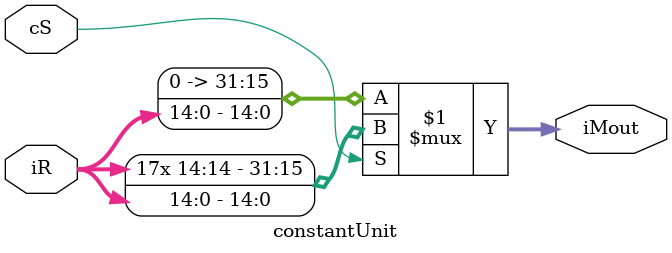
<source format=v>
`timescale 1ns / 1ps


module constantUnit(
    input [31:0] iR,
    input cS,
    output [31:0] iMout
    );
    
    assign iMout = cS ? {{17{iR[14]}}, iR[14:0]} : { 17'b0, iR[14:0]};
    
    
endmodule

</source>
